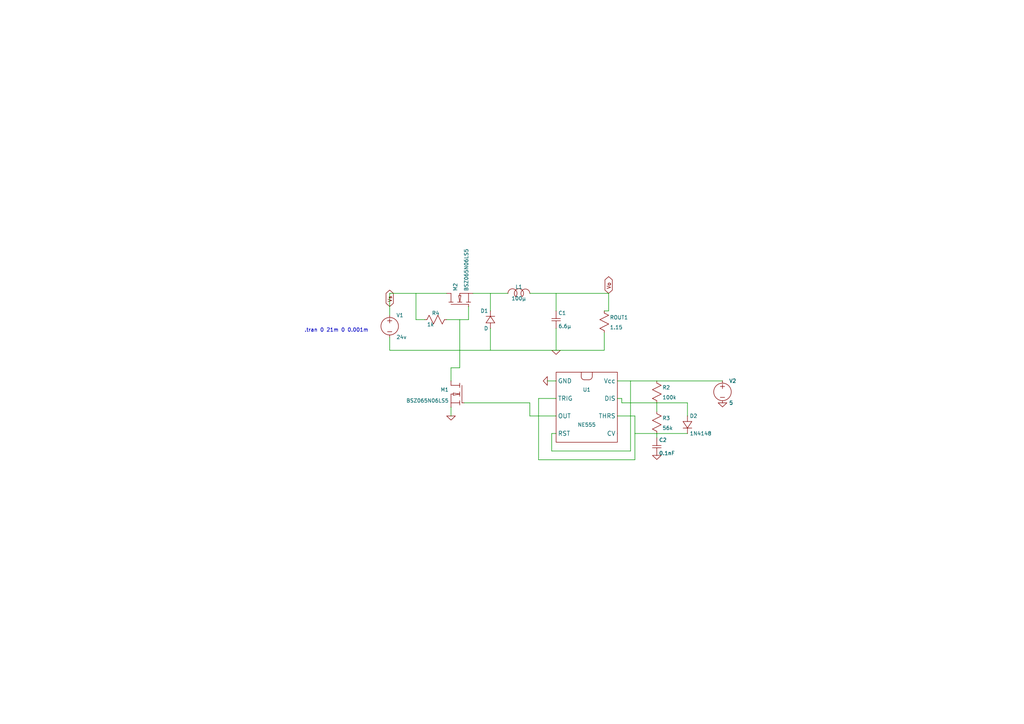
<source format=kicad_sch>
(kicad_sch
	(version 20231120)
	(generator "eeschema")
	(generator_version "8.0")
	(uuid "56bd387c-e695-4c40-b395-16e27677e52d")
	(paper "A4")
	(lib_symbols
		(symbol "ltspice:GND"
			(power)
			(exclude_from_sim no)
			(in_bom yes)
			(on_board yes)
			(property "Reference" ""
				(at 0 0 0)
				(effects
					(font
						(size 1.27 1.27)
					)
				)
			)
			(property "Value" ""
				(at 0 0 0)
				(effects
					(font
						(size 1.27 1.27)
					)
				)
			)
			(property "Footprint" ""
				(at 0 0 0)
				(effects
					(font
						(size 1.27 1.27)
					)
					(hide yes)
				)
			)
			(property "Datasheet" ""
				(at 0 0 0)
				(effects
					(font
						(size 1.27 1.27)
					)
					(hide yes)
				)
			)
			(property "Description" ""
				(at 0 0 0)
				(effects
					(font
						(size 1.27 1.27)
					)
					(hide yes)
				)
			)
			(symbol "GND_0_0"
				(polyline
					(pts
						(xy 1.27 0) (xy -1.27 0) (xy 0 -1.1938) (xy 1.27 0) (xy -1.27 0) (xy 0 -1.1938)
					)
					(stroke
						(width 0.1524)
						(type solid)
					)
					(fill
						(type none)
					)
				)
				(pin power_in line
					(at 0 0 0)
					(length 0.0005)
					(name ""
						(effects
							(font
								(size 1.27 1.27)
							)
						)
					)
					(number ""
						(effects
							(font
								(size 1.27 1.27)
							)
						)
					)
				)
			)
		)
		(symbol "ltspice:Misc/NE555"
			(pin_numbers hide)
			(exclude_from_sim no)
			(in_bom yes)
			(on_board yes)
			(property "Reference" ""
				(at 0 0 0)
				(effects
					(font
						(size 1.27 1.27)
					)
				)
			)
			(property "Value" ""
				(at 0 0 0)
				(effects
					(font
						(size 1.27 1.27)
					)
				)
			)
			(property "Footprint" ""
				(at 0 0 0)
				(effects
					(font
						(size 1.27 1.27)
					)
					(hide yes)
				)
			)
			(property "Datasheet" ""
				(at 0 0 0)
				(effects
					(font
						(size 1.27 1.27)
					)
					(hide yes)
				)
			)
			(property "Description" ""
				(at 0 0 0)
				(effects
					(font
						(size 1.27 1.27)
					)
					(hide yes)
				)
			)
			(symbol "Misc/NE555_0_0"
				(rectangle
					(start -8.89 10.16)
					(end 8.89 -10.16)
					(stroke
						(width 0.1524)
						(type solid)
					)
					(fill
						(type none)
					)
				)
				(arc
					(start -1.6002 8.89)
					(mid -1.3175 8.2075)
					(end -0.635 7.9502)
					(stroke
						(width 0.1524)
						(type solid)
					)
					(fill
						(type none)
					)
				)
				(polyline
					(pts
						(xy -1.6002 8.89) (xy -1.6002 10.16)
					)
					(stroke
						(width 0.1524)
						(type solid)
					)
					(fill
						(type none)
					)
				)
				(polyline
					(pts
						(xy 0.635 7.9502) (xy -0.635 7.9502)
					)
					(stroke
						(width 0.1524)
						(type solid)
					)
					(fill
						(type none)
					)
				)
				(polyline
					(pts
						(xy 1.6002 8.89) (xy 1.6002 10.16)
					)
					(stroke
						(width 0.1524)
						(type solid)
					)
					(fill
						(type none)
					)
				)
				(arc
					(start 0.635 7.9502)
					(mid 1.2995 8.2255)
					(end 1.6002 8.89)
					(stroke
						(width 0.1524)
						(type solid)
					)
					(fill
						(type none)
					)
				)
				(pin passive line
					(at -8.89 7.62 0)
					(length 0.0005)
					(name "GND"
						(effects
							(font
								(size 1.27 1.27)
							)
						)
					)
					(number "1"
						(effects
							(font
								(size 1.27 1.27)
							)
						)
					)
				)
				(pin passive line
					(at -8.89 2.54 0)
					(length 0.0005)
					(name "TRIG"
						(effects
							(font
								(size 1.27 1.27)
							)
						)
					)
					(number "2"
						(effects
							(font
								(size 1.27 1.27)
							)
						)
					)
				)
				(pin passive line
					(at -8.89 -2.54 0)
					(length 0.0005)
					(name "OUT"
						(effects
							(font
								(size 1.27 1.27)
							)
						)
					)
					(number "3"
						(effects
							(font
								(size 1.27 1.27)
							)
						)
					)
				)
				(pin passive line
					(at -8.89 -7.62 0)
					(length 0.0005)
					(name "RST"
						(effects
							(font
								(size 1.27 1.27)
							)
						)
					)
					(number "4"
						(effects
							(font
								(size 1.27 1.27)
							)
						)
					)
				)
				(pin passive line
					(at 8.89 -7.62 180)
					(length 0.0005)
					(name "CV"
						(effects
							(font
								(size 1.27 1.27)
							)
						)
					)
					(number "5"
						(effects
							(font
								(size 1.27 1.27)
							)
						)
					)
				)
				(pin passive line
					(at 8.89 -2.54 180)
					(length 0.0005)
					(name "THRS"
						(effects
							(font
								(size 1.27 1.27)
							)
						)
					)
					(number "6"
						(effects
							(font
								(size 1.27 1.27)
							)
						)
					)
				)
				(pin passive line
					(at 8.89 2.54 180)
					(length 0.0005)
					(name "DIS"
						(effects
							(font
								(size 1.27 1.27)
							)
						)
					)
					(number "7"
						(effects
							(font
								(size 1.27 1.27)
							)
						)
					)
				)
				(pin passive line
					(at 8.89 7.62 180)
					(length 0.0005)
					(name "Vcc"
						(effects
							(font
								(size 1.27 1.27)
							)
						)
					)
					(number "8"
						(effects
							(font
								(size 1.27 1.27)
							)
						)
					)
				)
			)
		)
		(symbol "ltspice:cap"
			(pin_numbers hide)
			(exclude_from_sim no)
			(in_bom yes)
			(on_board yes)
			(property "Reference" ""
				(at 0 0 0)
				(effects
					(font
						(size 1.27 1.27)
					)
				)
			)
			(property "Value" ""
				(at 0 0 0)
				(effects
					(font
						(size 1.27 1.27)
					)
				)
			)
			(property "Footprint" ""
				(at 0 0 0)
				(effects
					(font
						(size 1.27 1.27)
					)
					(hide yes)
				)
			)
			(property "Datasheet" ""
				(at 0 0 0)
				(effects
					(font
						(size 1.27 1.27)
					)
					(hide yes)
				)
			)
			(property "Description" ""
				(at 0 0 0)
				(effects
					(font
						(size 1.27 1.27)
					)
					(hide yes)
				)
			)
			(symbol "cap_0_0"
				(polyline
					(pts
						(xy 1.27 -5.08) (xy 1.27 -2.8702)
					)
					(stroke
						(width 0.1524)
						(type solid)
					)
					(fill
						(type none)
					)
				)
				(polyline
					(pts
						(xy 1.27 0) (xy 1.27 -2.2352)
					)
					(stroke
						(width 0.1524)
						(type solid)
					)
					(fill
						(type none)
					)
				)
				(polyline
					(pts
						(xy 2.54 -2.8702) (xy 0 -2.8702)
					)
					(stroke
						(width 0.1524)
						(type solid)
					)
					(fill
						(type none)
					)
				)
				(polyline
					(pts
						(xy 2.54 -2.2352) (xy 0 -2.2352)
					)
					(stroke
						(width 0.1524)
						(type solid)
					)
					(fill
						(type none)
					)
				)
				(pin passive line
					(at 1.27 0 0)
					(length 0.0005)
					(name ""
						(effects
							(font
								(size 1.27 1.27)
							)
						)
					)
					(number "1"
						(effects
							(font
								(size 1.27 1.27)
							)
						)
					)
				)
				(pin passive line
					(at 1.27 -5.08 0)
					(length 0.0005)
					(name ""
						(effects
							(font
								(size 1.27 1.27)
							)
						)
					)
					(number "2"
						(effects
							(font
								(size 1.27 1.27)
							)
						)
					)
				)
			)
		)
		(symbol "ltspice:diode"
			(pin_numbers hide)
			(exclude_from_sim no)
			(in_bom yes)
			(on_board yes)
			(property "Reference" ""
				(at 0 0 0)
				(effects
					(font
						(size 1.27 1.27)
					)
				)
			)
			(property "Value" ""
				(at 0 0 0)
				(effects
					(font
						(size 1.27 1.27)
					)
				)
			)
			(property "Footprint" ""
				(at 0 0 0)
				(effects
					(font
						(size 1.27 1.27)
					)
					(hide yes)
				)
			)
			(property "Datasheet" ""
				(at 0 0 0)
				(effects
					(font
						(size 1.27 1.27)
					)
					(hide yes)
				)
			)
			(property "Description" ""
				(at 0 0 0)
				(effects
					(font
						(size 1.27 1.27)
					)
					(hide yes)
				)
			)
			(symbol "diode_0_0"
				(polyline
					(pts
						(xy 1.27 -5.08) (xy 1.27 -3.5052)
					)
					(stroke
						(width 0.1524)
						(type solid)
					)
					(fill
						(type none)
					)
				)
				(polyline
					(pts
						(xy 1.27 -3.5052) (xy 0 -1.6002)
					)
					(stroke
						(width 0.1524)
						(type solid)
					)
					(fill
						(type none)
					)
				)
				(polyline
					(pts
						(xy 1.27 -3.5052) (xy 2.54 -1.6002)
					)
					(stroke
						(width 0.1524)
						(type solid)
					)
					(fill
						(type none)
					)
				)
				(polyline
					(pts
						(xy 1.27 -1.6002) (xy 1.27 0)
					)
					(stroke
						(width 0.1524)
						(type solid)
					)
					(fill
						(type none)
					)
				)
				(polyline
					(pts
						(xy 2.54 -3.5052) (xy 0 -3.5052)
					)
					(stroke
						(width 0.1524)
						(type solid)
					)
					(fill
						(type none)
					)
				)
				(polyline
					(pts
						(xy 2.54 -1.6002) (xy 0 -1.6002)
					)
					(stroke
						(width 0.1524)
						(type solid)
					)
					(fill
						(type none)
					)
				)
				(pin passive line
					(at 1.27 0 0)
					(length 0.0005)
					(name "+"
						(effects
							(font
								(size 0 0)
							)
						)
					)
					(number "1"
						(effects
							(font
								(size 1.27 1.27)
							)
						)
					)
				)
				(pin passive line
					(at 1.27 -5.08 0)
					(length 0.0005)
					(name "-"
						(effects
							(font
								(size 0 0)
							)
						)
					)
					(number "2"
						(effects
							(font
								(size 1.27 1.27)
							)
						)
					)
				)
			)
		)
		(symbol "ltspice:ind"
			(pin_numbers hide)
			(exclude_from_sim no)
			(in_bom yes)
			(on_board yes)
			(property "Reference" ""
				(at 0 0 0)
				(effects
					(font
						(size 1.27 1.27)
					)
				)
			)
			(property "Value" ""
				(at 0 0 0)
				(effects
					(font
						(size 1.27 1.27)
					)
				)
			)
			(property "Footprint" ""
				(at 0 0 0)
				(effects
					(font
						(size 1.27 1.27)
					)
					(hide yes)
				)
			)
			(property "Datasheet" ""
				(at 0 0 0)
				(effects
					(font
						(size 1.27 1.27)
					)
					(hide yes)
				)
			)
			(property "Description" ""
				(at 0 0 0)
				(effects
					(font
						(size 1.27 1.27)
					)
					(hide yes)
				)
			)
			(symbol "ind_0_0"
				(arc
					(start 0.3302 -5.4102)
					(mid 2.6171 -4.436)
					(end 0.3302 -3.5052)
					(stroke
						(width 0.1524)
						(type solid)
					)
					(fill
						(type none)
					)
				)
				(arc
					(start 0.3302 -3.5052)
					(mid 2.518 -3.0472)
					(end 1.27 -1.27)
					(stroke
						(width 0.1524)
						(type solid)
					)
					(fill
						(type none)
					)
				)
				(arc
					(start 1.27 -7.62)
					(mid 2.4433 -5.864)
					(end 0.3302 -5.4102)
					(stroke
						(width 0.1524)
						(type solid)
					)
					(fill
						(type none)
					)
				)
				(pin passive line
					(at 1.27 -1.27 0)
					(length 0.0005)
					(name ""
						(effects
							(font
								(size 1.27 1.27)
							)
						)
					)
					(number "1"
						(effects
							(font
								(size 1.27 1.27)
							)
						)
					)
				)
				(pin passive line
					(at 1.27 -7.62 0)
					(length 0.0005)
					(name ""
						(effects
							(font
								(size 1.27 1.27)
							)
						)
					)
					(number "2"
						(effects
							(font
								(size 1.27 1.27)
							)
						)
					)
				)
			)
		)
		(symbol "ltspice:nmos"
			(pin_numbers hide)
			(exclude_from_sim no)
			(in_bom yes)
			(on_board yes)
			(property "Reference" ""
				(at 0 0 0)
				(effects
					(font
						(size 1.27 1.27)
					)
				)
			)
			(property "Value" ""
				(at 0 0 0)
				(effects
					(font
						(size 1.27 1.27)
					)
				)
			)
			(property "Footprint" ""
				(at 0 0 0)
				(effects
					(font
						(size 1.27 1.27)
					)
					(hide yes)
				)
			)
			(property "Datasheet" ""
				(at 0 0 0)
				(effects
					(font
						(size 1.27 1.27)
					)
					(hide yes)
				)
			)
			(property "Description" ""
				(at 0 0 0)
				(effects
					(font
						(size 1.27 1.27)
					)
					(hide yes)
				)
			)
			(symbol "nmos_0_0"
				(polyline
					(pts
						(xy 0.635 -6.35) (xy 0 -6.35)
					)
					(stroke
						(width 0.1524)
						(type solid)
					)
					(fill
						(type none)
					)
				)
				(polyline
					(pts
						(xy 0.635 -6.35) (xy 0.635 -1.27)
					)
					(stroke
						(width 0.1524)
						(type solid)
					)
					(fill
						(type none)
					)
				)
				(polyline
					(pts
						(xy 1.27 -6.985) (xy 1.27 -5.715)
					)
					(stroke
						(width 0.1524)
						(type solid)
					)
					(fill
						(type none)
					)
				)
				(polyline
					(pts
						(xy 1.27 -4.445) (xy 1.27 -3.175)
					)
					(stroke
						(width 0.1524)
						(type solid)
					)
					(fill
						(type none)
					)
				)
				(polyline
					(pts
						(xy 1.27 -1.905) (xy 1.27 -0.635)
					)
					(stroke
						(width 0.1524)
						(type solid)
					)
					(fill
						(type none)
					)
				)
				(polyline
					(pts
						(xy 1.27 -1.27) (xy 3.81 -1.27)
					)
					(stroke
						(width 0.1524)
						(type solid)
					)
					(fill
						(type none)
					)
				)
				(polyline
					(pts
						(xy 3.175 -4.1402) (xy 1.27 -3.81)
					)
					(stroke
						(width 0.1524)
						(type solid)
					)
					(fill
						(type none)
					)
				)
				(polyline
					(pts
						(xy 3.175 -4.1402) (xy 3.175 -3.5052)
					)
					(stroke
						(width 0.1524)
						(type solid)
					)
					(fill
						(type none)
					)
				)
				(polyline
					(pts
						(xy 3.175 -3.5052) (xy 1.27 -3.81)
					)
					(stroke
						(width 0.1524)
						(type solid)
					)
					(fill
						(type none)
					)
				)
				(polyline
					(pts
						(xy 3.81 -7.62) (xy 3.81 -3.81)
					)
					(stroke
						(width 0.1524)
						(type solid)
					)
					(fill
						(type none)
					)
				)
				(polyline
					(pts
						(xy 3.81 -6.35) (xy 1.27 -6.35)
					)
					(stroke
						(width 0.1524)
						(type solid)
					)
					(fill
						(type none)
					)
				)
				(polyline
					(pts
						(xy 3.81 -3.81) (xy 3.175 -3.81)
					)
					(stroke
						(width 0.1524)
						(type solid)
					)
					(fill
						(type none)
					)
				)
				(polyline
					(pts
						(xy 3.81 -1.27) (xy 3.81 0)
					)
					(stroke
						(width 0.1524)
						(type solid)
					)
					(fill
						(type none)
					)
				)
				(pin passive line
					(at 3.81 0 0)
					(length 0.0005)
					(name "D"
						(effects
							(font
								(size 0 0)
							)
						)
					)
					(number "1"
						(effects
							(font
								(size 1.27 1.27)
							)
						)
					)
				)
				(pin passive line
					(at 0 -6.35 0)
					(length 0.0005)
					(name "G"
						(effects
							(font
								(size 0 0)
							)
						)
					)
					(number "2"
						(effects
							(font
								(size 1.27 1.27)
							)
						)
					)
				)
				(pin passive line
					(at 3.81 -7.62 0)
					(length 0.0005)
					(name "S"
						(effects
							(font
								(size 0 0)
							)
						)
					)
					(number "3"
						(effects
							(font
								(size 1.27 1.27)
							)
						)
					)
				)
			)
		)
		(symbol "ltspice:res"
			(pin_numbers hide)
			(exclude_from_sim no)
			(in_bom yes)
			(on_board yes)
			(property "Reference" ""
				(at 0 0 0)
				(effects
					(font
						(size 1.27 1.27)
					)
				)
			)
			(property "Value" ""
				(at 0 0 0)
				(effects
					(font
						(size 1.27 1.27)
					)
				)
			)
			(property "Footprint" ""
				(at 0 0 0)
				(effects
					(font
						(size 1.27 1.27)
					)
					(hide yes)
				)
			)
			(property "Datasheet" ""
				(at 0 0 0)
				(effects
					(font
						(size 1.27 1.27)
					)
					(hide yes)
				)
			)
			(property "Description" ""
				(at 0 0 0)
				(effects
					(font
						(size 1.27 1.27)
					)
					(hide yes)
				)
			)
			(symbol "res_0_0"
				(polyline
					(pts
						(xy 0 -6.35) (xy 2.54 -5.08)
					)
					(stroke
						(width 0.1524)
						(type solid)
					)
					(fill
						(type none)
					)
				)
				(polyline
					(pts
						(xy 0 -3.81) (xy 2.54 -2.54)
					)
					(stroke
						(width 0.1524)
						(type solid)
					)
					(fill
						(type none)
					)
				)
				(polyline
					(pts
						(xy 1.27 -7.62) (xy 1.27 -6.985)
					)
					(stroke
						(width 0.1524)
						(type solid)
					)
					(fill
						(type none)
					)
				)
				(polyline
					(pts
						(xy 1.27 -6.985) (xy 0 -6.35)
					)
					(stroke
						(width 0.1524)
						(type solid)
					)
					(fill
						(type none)
					)
				)
				(polyline
					(pts
						(xy 1.27 -1.905) (xy 1.27 -1.27)
					)
					(stroke
						(width 0.1524)
						(type solid)
					)
					(fill
						(type none)
					)
				)
				(polyline
					(pts
						(xy 2.54 -5.08) (xy 0 -3.81)
					)
					(stroke
						(width 0.1524)
						(type solid)
					)
					(fill
						(type none)
					)
				)
				(polyline
					(pts
						(xy 2.54 -2.54) (xy 1.27 -1.905)
					)
					(stroke
						(width 0.1524)
						(type solid)
					)
					(fill
						(type none)
					)
				)
				(pin passive line
					(at 1.27 -1.27 0)
					(length 0.0005)
					(name ""
						(effects
							(font
								(size 1.27 1.27)
							)
						)
					)
					(number "1"
						(effects
							(font
								(size 1.27 1.27)
							)
						)
					)
				)
				(pin passive line
					(at 1.27 -7.62 0)
					(length 0.0005)
					(name ""
						(effects
							(font
								(size 1.27 1.27)
							)
						)
					)
					(number "2"
						(effects
							(font
								(size 1.27 1.27)
							)
						)
					)
				)
			)
		)
		(symbol "ltspice:voltage"
			(pin_numbers hide)
			(exclude_from_sim no)
			(in_bom yes)
			(on_board yes)
			(property "Reference" ""
				(at 0 0 0)
				(effects
					(font
						(size 1.27 1.27)
					)
				)
			)
			(property "Value" ""
				(at 0 0 0)
				(effects
					(font
						(size 1.27 1.27)
					)
				)
			)
			(property "Footprint" ""
				(at 0 0 0)
				(effects
					(font
						(size 1.27 1.27)
					)
					(hide yes)
				)
			)
			(property "Datasheet" ""
				(at 0 0 0)
				(effects
					(font
						(size 1.27 1.27)
					)
					(hide yes)
				)
			)
			(property "Description" ""
				(at 0 0 0)
				(effects
					(font
						(size 1.27 1.27)
					)
					(hide yes)
				)
			)
			(symbol "voltage_0_0"
				(circle
					(center 0 -4.445)
					(radius 2.54)
					(stroke
						(width 0.1524)
						(type solid)
					)
					(fill
						(type none)
					)
				)
				(polyline
					(pts
						(xy 0 -6.985) (xy 0 -7.62)
					)
					(stroke
						(width 0.1524)
						(type solid)
					)
					(fill
						(type none)
					)
				)
				(polyline
					(pts
						(xy 0 -3.5052) (xy 0 -2.2352)
					)
					(stroke
						(width 0.1524)
						(type solid)
					)
					(fill
						(type none)
					)
				)
				(polyline
					(pts
						(xy 0 -1.905) (xy 0 -1.27)
					)
					(stroke
						(width 0.1524)
						(type solid)
					)
					(fill
						(type none)
					)
				)
				(polyline
					(pts
						(xy 0.635 -6.0452) (xy -0.635 -6.0452)
					)
					(stroke
						(width 0.1524)
						(type solid)
					)
					(fill
						(type none)
					)
				)
				(polyline
					(pts
						(xy 0.635 -2.8702) (xy -0.635 -2.8702)
					)
					(stroke
						(width 0.1524)
						(type solid)
					)
					(fill
						(type none)
					)
				)
				(pin passive line
					(at 0 -1.27 0)
					(length 0.0005)
					(name "+"
						(effects
							(font
								(size 0 0)
							)
						)
					)
					(number "1"
						(effects
							(font
								(size 1.27 1.27)
							)
						)
					)
				)
				(pin passive line
					(at 0 -7.62 0)
					(length 0.0005)
					(name "-"
						(effects
							(font
								(size 0 0)
							)
						)
					)
					(number "2"
						(effects
							(font
								(size 1.27 1.27)
							)
						)
					)
				)
			)
		)
	)
	(wire
		(pts
			(xy 176.53 85.09) (xy 161.29 85.09)
		)
		(stroke
			(width 0.1524)
			(type solid)
		)
		(uuid "01ae2ef1-3336-40af-8550-310664f24819")
	)
	(wire
		(pts
			(xy 175.26 101.6) (xy 175.26 96.52)
		)
		(stroke
			(width 0.1524)
			(type solid)
		)
		(uuid "044c6dc7-a792-4ceb-ba81-332fea49dd4e")
	)
	(wire
		(pts
			(xy 130.81 120.65) (xy 130.81 118.11)
		)
		(stroke
			(width 0.1524)
			(type solid)
		)
		(uuid "04e6f7d8-1a67-48b8-8ae9-dc2a146fb53b")
	)
	(wire
		(pts
			(xy 199.39 120.65) (xy 199.39 116.84)
		)
		(stroke
			(width 0.1524)
			(type solid)
		)
		(uuid "082fb53b-f677-4afb-9041-ef30ba1e0aa2")
	)
	(wire
		(pts
			(xy 161.29 115.57) (xy 156.21 115.57)
		)
		(stroke
			(width 0.1524)
			(type solid)
		)
		(uuid "0cc8911d-978d-4cbd-922b-ef532f7197e9")
	)
	(wire
		(pts
			(xy 161.29 110.49) (xy 158.75 110.49)
		)
		(stroke
			(width 0.1524)
			(type solid)
		)
		(uuid "209fc33a-ab93-4b95-a230-c01a61bd73ce")
	)
	(wire
		(pts
			(xy 176.53 90.17) (xy 175.26 90.17)
		)
		(stroke
			(width 0.1524)
			(type solid)
		)
		(uuid "20e2fefe-a7e2-40bc-91e0-002d990be38c")
	)
	(wire
		(pts
			(xy 130.81 110.49) (xy 130.81 106.68)
		)
		(stroke
			(width 0.1524)
			(type solid)
		)
		(uuid "22a14023-ce07-4b69-a284-604eb02c1b63")
	)
	(wire
		(pts
			(xy 113.03 85.09) (xy 113.03 91.44)
		)
		(stroke
			(width 0.1524)
			(type solid)
		)
		(uuid "22a19481-d4d3-4ba5-afa5-92293837af79")
	)
	(wire
		(pts
			(xy 133.35 106.68) (xy 130.81 106.68)
		)
		(stroke
			(width 0.1524)
			(type solid)
		)
		(uuid "283ff5ae-51da-427a-8a99-e593ef92a669")
	)
	(wire
		(pts
			(xy 184.15 125.73) (xy 184.15 120.65)
		)
		(stroke
			(width 0.1524)
			(type solid)
		)
		(uuid "286a6c72-81aa-4fca-a4e8-75088cf2ba7e")
	)
	(wire
		(pts
			(xy 182.88 110.49) (xy 179.07 110.49)
		)
		(stroke
			(width 0.1524)
			(type solid)
		)
		(uuid "30ddfa1d-bb00-4001-971a-def0fd9be1a2")
	)
	(wire
		(pts
			(xy 156.21 133.35) (xy 156.21 115.57)
		)
		(stroke
			(width 0.1524)
			(type solid)
		)
		(uuid "3fd0f5fe-7251-4a7b-b48b-a65a3e30fadf")
	)
	(wire
		(pts
			(xy 129.54 85.09) (xy 120.65 85.09)
		)
		(stroke
			(width 0.1524)
			(type solid)
		)
		(uuid "486e078e-0345-4b5f-84cc-4a94719c6d07")
	)
	(wire
		(pts
			(xy 120.65 85.09) (xy 113.03 85.09)
		)
		(stroke
			(width 0.1524)
			(type solid)
		)
		(uuid "488bfdcd-87d2-47a3-8338-84c72b041a80")
	)
	(wire
		(pts
			(xy 190.5 119.38) (xy 190.5 116.84)
		)
		(stroke
			(width 0.1524)
			(type solid)
		)
		(uuid "4b6a0ca9-a007-4b9f-8254-1648b390d9b4")
	)
	(wire
		(pts
			(xy 142.24 101.6) (xy 142.24 95.25)
		)
		(stroke
			(width 0.1524)
			(type solid)
		)
		(uuid "4d5d20dd-9816-44a3-b899-b3071eccb7df")
	)
	(wire
		(pts
			(xy 142.24 101.6) (xy 113.03 101.6)
		)
		(stroke
			(width 0.1524)
			(type solid)
		)
		(uuid "56e104e4-0703-4b8f-b4ed-351bb82c859d")
	)
	(wire
		(pts
			(xy 190.5 125.73) (xy 184.15 125.73)
		)
		(stroke
			(width 0.1524)
			(type solid)
		)
		(uuid "57f1f88b-1d76-4652-b9b8-1599ae791110")
	)
	(wire
		(pts
			(xy 142.24 85.09) (xy 137.16 85.09)
		)
		(stroke
			(width 0.1524)
			(type solid)
		)
		(uuid "5fd10575-49ae-4d59-8ff9-e6cdb26d82f3")
	)
	(wire
		(pts
			(xy 209.55 110.49) (xy 190.5 110.49)
		)
		(stroke
			(width 0.1524)
			(type solid)
		)
		(uuid "607ca566-70b6-4b28-8647-7296e9e8ae95")
	)
	(wire
		(pts
			(xy 190.5 116.84) (xy 180.34 116.84)
		)
		(stroke
			(width 0.1524)
			(type solid)
		)
		(uuid "698c0edc-2ca4-40da-b7a4-859d19bb9132")
	)
	(wire
		(pts
			(xy 180.34 116.84) (xy 180.34 115.57)
		)
		(stroke
			(width 0.1524)
			(type solid)
		)
		(uuid "6aba3bb6-b178-48d2-8173-8d0923458d4b")
	)
	(wire
		(pts
			(xy 142.24 90.17) (xy 142.24 85.09)
		)
		(stroke
			(width 0.1524)
			(type solid)
		)
		(uuid "6b3fa1ef-d03b-4b00-b408-4bbfd2c5ffda")
	)
	(wire
		(pts
			(xy 133.35 106.68) (xy 133.35 92.71)
		)
		(stroke
			(width 0.1524)
			(type solid)
		)
		(uuid "6d46c74a-a401-4c23-805b-5cba9a4fe4d2")
	)
	(wire
		(pts
			(xy 120.65 92.71) (xy 120.65 85.09)
		)
		(stroke
			(width 0.1524)
			(type solid)
		)
		(uuid "6ee39519-99ec-4006-90fa-7a168f62bac5")
	)
	(wire
		(pts
			(xy 135.89 92.71) (xy 135.89 88.9)
		)
		(stroke
			(width 0.1524)
			(type solid)
		)
		(uuid "72ad4ef9-dd1c-4b78-8acb-927c2cd485fe")
	)
	(wire
		(pts
			(xy 199.39 116.84) (xy 190.5 116.84)
		)
		(stroke
			(width 0.1524)
			(type solid)
		)
		(uuid "76467eea-b62f-437e-a388-d4b047544d23")
	)
	(wire
		(pts
			(xy 161.29 120.65) (xy 153.67 120.65)
		)
		(stroke
			(width 0.1524)
			(type solid)
		)
		(uuid "77dee3db-9cba-4dd5-9240-0ff52786fe36")
	)
	(wire
		(pts
			(xy 184.15 133.35) (xy 184.15 125.73)
		)
		(stroke
			(width 0.1524)
			(type solid)
		)
		(uuid "78fcde5e-2574-4b15-980c-dcafefe56354")
	)
	(wire
		(pts
			(xy 180.34 115.57) (xy 179.07 115.57)
		)
		(stroke
			(width 0.1524)
			(type solid)
		)
		(uuid "7fc6ffde-9509-41f2-ab39-959584a693f4")
	)
	(wire
		(pts
			(xy 175.26 101.6) (xy 161.29 101.6)
		)
		(stroke
			(width 0.1524)
			(type solid)
		)
		(uuid "81d1b2c0-6b73-4d3c-8f47-aa14e95a1f37")
	)
	(wire
		(pts
			(xy 176.53 90.17) (xy 176.53 85.09)
		)
		(stroke
			(width 0.1524)
			(type solid)
		)
		(uuid "97c817be-cf66-4004-844e-3e7950bf485e")
	)
	(wire
		(pts
			(xy 153.67 116.84) (xy 134.62 116.84)
		)
		(stroke
			(width 0.1524)
			(type solid)
		)
		(uuid "97fc39bd-44a2-4885-b46b-588103df923f")
	)
	(wire
		(pts
			(xy 190.5 110.49) (xy 182.88 110.49)
		)
		(stroke
			(width 0.1524)
			(type solid)
		)
		(uuid "9abbc646-ac7a-4961-868f-ca6dd47c6983")
	)
	(wire
		(pts
			(xy 182.88 130.81) (xy 160.02 130.81)
		)
		(stroke
			(width 0.1524)
			(type solid)
		)
		(uuid "9ddb7578-695d-4db5-946a-3e50ae54b8be")
	)
	(wire
		(pts
			(xy 161.29 85.09) (xy 153.67 85.09)
		)
		(stroke
			(width 0.1524)
			(type solid)
		)
		(uuid "a7f02a8a-248b-46b4-8372-3fb772aeb84c")
	)
	(wire
		(pts
			(xy 184.15 133.35) (xy 156.21 133.35)
		)
		(stroke
			(width 0.1524)
			(type solid)
		)
		(uuid "a937420e-ec1b-4110-a54c-e87b08980131")
	)
	(wire
		(pts
			(xy 123.19 92.71) (xy 120.65 92.71)
		)
		(stroke
			(width 0.1524)
			(type solid)
		)
		(uuid "b02ab9f4-0967-4764-9c57-4b8ac4bab96e")
	)
	(wire
		(pts
			(xy 190.5 127) (xy 190.5 125.73)
		)
		(stroke
			(width 0.1524)
			(type solid)
		)
		(uuid "b069d7d1-0ba1-4a83-bc42-42e857e2e674")
	)
	(wire
		(pts
			(xy 182.88 130.81) (xy 182.88 110.49)
		)
		(stroke
			(width 0.1524)
			(type solid)
		)
		(uuid "b86323ac-7b7a-4ce4-9ec7-29392426dea3")
	)
	(wire
		(pts
			(xy 135.89 92.71) (xy 133.35 92.71)
		)
		(stroke
			(width 0.1524)
			(type solid)
		)
		(uuid "bc96a6be-1bc5-4ff8-be13-2f9a594f4c33")
	)
	(wire
		(pts
			(xy 161.29 90.17) (xy 161.29 85.09)
		)
		(stroke
			(width 0.1524)
			(type solid)
		)
		(uuid "beb2c616-4fdf-43c1-a280-8193d160a96a")
	)
	(wire
		(pts
			(xy 153.67 120.65) (xy 153.67 116.84)
		)
		(stroke
			(width 0.1524)
			(type solid)
		)
		(uuid "bed9def9-e930-4fd9-9c20-460f8f48b789")
	)
	(wire
		(pts
			(xy 113.03 101.6) (xy 113.03 97.79)
		)
		(stroke
			(width 0.1524)
			(type solid)
		)
		(uuid "c18f9cf6-7987-4b83-a45d-0029dfa319b1")
	)
	(wire
		(pts
			(xy 160.02 130.81) (xy 160.02 125.73)
		)
		(stroke
			(width 0.1524)
			(type solid)
		)
		(uuid "c6a19ddc-f09d-42a0-a568-987e0bbe6b97")
	)
	(wire
		(pts
			(xy 161.29 101.6) (xy 161.29 95.25)
		)
		(stroke
			(width 0.1524)
			(type solid)
		)
		(uuid "d1e5b6b7-fe62-49b8-a9a8-f508d4942172")
	)
	(wire
		(pts
			(xy 184.15 120.65) (xy 179.07 120.65)
		)
		(stroke
			(width 0.1524)
			(type solid)
		)
		(uuid "dfc821d9-beea-49c9-b3b7-49b51296f0d3")
	)
	(wire
		(pts
			(xy 147.32 85.09) (xy 142.24 85.09)
		)
		(stroke
			(width 0.1524)
			(type solid)
		)
		(uuid "e0ffd1b7-62ec-4458-a0de-bfaa538c3cea")
	)
	(wire
		(pts
			(xy 133.35 92.71) (xy 129.54 92.71)
		)
		(stroke
			(width 0.1524)
			(type solid)
		)
		(uuid "e790740d-8611-4cb4-aaa0-4ce2a233df07")
	)
	(wire
		(pts
			(xy 161.29 125.73) (xy 160.02 125.73)
		)
		(stroke
			(width 0.1524)
			(type solid)
		)
		(uuid "e975fbf0-e44c-4823-af0b-5a4300bcc262")
	)
	(wire
		(pts
			(xy 199.39 125.73) (xy 190.5 125.73)
		)
		(stroke
			(width 0.1524)
			(type solid)
		)
		(uuid "ebe1384e-e034-44cd-85ff-ec05ba0e603b")
	)
	(wire
		(pts
			(xy 161.29 101.6) (xy 142.24 101.6)
		)
		(stroke
			(width 0.1524)
			(type solid)
		)
		(uuid "f10c112f-5441-4557-9726-91fe1c84c429")
	)
	(text ".tran 0 21m 0 0.001m"
		(exclude_from_sim no)
		(at 88.265 95.885 0)
		(effects
			(font
				(size 1.0668 1.0668)
			)
			(justify left)
		)
		(uuid "dd193b92-5982-40f0-9827-f09c664b09fd")
	)
	(global_label "Vs"
		(shape bidirectional)
		(at 113.03 88.9 90)
		(effects
			(font
				(size 1.0668 1.0668)
			)
			(justify left)
		)
		(uuid "53789f0b-f7fb-420a-a2d5-03fa32a9c19a")
		(property "Intersheetrefs" "${INTERSHEET_REFS}"
			(at 113.03 88.9 0)
			(effects
				(font
					(size 1.27 1.27)
				)
				(hide yes)
			)
		)
	)
	(global_label "Vo"
		(shape bidirectional)
		(at 176.53 85.09 90)
		(effects
			(font
				(size 1.0668 1.0668)
			)
			(justify left)
		)
		(uuid "acd42d61-3c88-45a9-8029-6ae4b969dfb5")
		(property "Intersheetrefs" "${INTERSHEET_REFS}"
			(at 176.53 85.09 0)
			(effects
				(font
					(size 1.27 1.27)
				)
				(hide yes)
			)
		)
	)
	(symbol
		(lib_id "ltspice:diode")
		(at 143.51 95.25 180)
		(unit 1)
		(exclude_from_sim no)
		(in_bom yes)
		(on_board yes)
		(dnp no)
		(uuid "0c7f131b-33ee-43c6-a8e7-05abd3567749")
		(property "Reference" "D1"
			(at 141.605 90.17 0)
			(effects
				(font
					(size 1.0668 1.0668)
				)
				(justify left)
			)
		)
		(property "Value" "D"
			(at 141.605 95.25 0)
			(effects
				(font
					(size 1.0668 1.0668)
				)
				(justify left)
			)
		)
		(property "Footprint" "Diode_SMD:D_0201_0603Metric"
			(at 143.51 95.25 0)
			(effects
				(font
					(size 1.27 1.27)
				)
				(hide yes)
			)
		)
		(property "Datasheet" ""
			(at 143.51 95.25 0)
			(effects
				(font
					(size 1.27 1.27)
				)
				(hide yes)
			)
		)
		(property "Description" ""
			(at 143.51 95.25 0)
			(effects
				(font
					(size 1.27 1.27)
				)
				(hide yes)
			)
		)
		(property "Sim.Device" "SPICE"
			(at 143.51 95.25 0)
			(effects
				(font
					(size 1.27 1.27)
				)
				(hide yes)
			)
		)
		(property "Sim.Params" "model=\"D\""
			(at 143.51 95.25 0)
			(effects
				(font
					(size 1.27 1.27)
				)
				(hide yes)
			)
		)
		(pin "1"
			(uuid "bb7e2e2e-9166-439b-bf9c-aa793996953a")
		)
		(pin "2"
			(uuid "25824a47-9e6a-43de-8a4e-111ecda8de99")
		)
		(instances
			(project "EncoreFinal"
				(path "/56bd387c-e695-4c40-b395-16e27677e52d"
					(reference "D1")
					(unit 1)
				)
			)
		)
	)
	(symbol
		(lib_id "ltspice:cap")
		(at 189.23 127 0)
		(unit 1)
		(exclude_from_sim no)
		(in_bom yes)
		(on_board yes)
		(dnp no)
		(uuid "0f4e6fdf-b305-4028-8155-9755d3a70cf2")
		(property "Reference" "C2"
			(at 191.135 127.635 0)
			(effects
				(font
					(size 1.0668 1.0668)
				)
				(justify left)
			)
		)
		(property "Value" "0.1nF"
			(at 191.135 131.445 0)
			(effects
				(font
					(size 1.0668 1.0668)
				)
				(justify left)
			)
		)
		(property "Footprint" "Capacitor_SMD:CP_Elec_3x5.3"
			(at 189.23 127 0)
			(effects
				(font
					(size 1.27 1.27)
				)
				(hide yes)
			)
		)
		(property "Datasheet" ""
			(at 189.23 127 0)
			(effects
				(font
					(size 1.27 1.27)
				)
				(hide yes)
			)
		)
		(property "Description" ""
			(at 189.23 127 0)
			(effects
				(font
					(size 1.27 1.27)
				)
				(hide yes)
			)
		)
		(property "Sim.Device" "C"
			(at 189.23 127 0)
			(effects
				(font
					(size 1.27 1.27)
				)
				(hide yes)
			)
		)
		(property "Sim.Params" "C=${VALUE}"
			(at 189.23 127 0)
			(effects
				(font
					(size 1.27 1.27)
				)
				(hide yes)
			)
		)
		(pin "2"
			(uuid "44754d06-948c-4e69-9490-c3b09836a780")
		)
		(pin "1"
			(uuid "64e04868-b1e2-40bd-8098-d3ad200769ca")
		)
		(instances
			(project "EncoreFinal"
				(path "/56bd387c-e695-4c40-b395-16e27677e52d"
					(reference "C2")
					(unit 1)
				)
			)
		)
	)
	(symbol
		(lib_id "ltspice:res")
		(at 189.23 109.22 0)
		(unit 1)
		(exclude_from_sim no)
		(in_bom yes)
		(on_board yes)
		(dnp no)
		(uuid "2cb3bb1f-31ad-4064-820b-d5b840c6c862")
		(property "Reference" "R2"
			(at 192.1002 112.395 0)
			(effects
				(font
					(size 1.0668 1.0668)
				)
				(justify left)
			)
		)
		(property "Value" "100k"
			(at 192.1002 115.2652 0)
			(effects
				(font
					(size 1.0668 1.0668)
				)
				(justify left)
			)
		)
		(property "Footprint" "Resistor_SMD:R_0201_0603Metric"
			(at 189.23 109.22 0)
			(effects
				(font
					(size 1.27 1.27)
				)
				(hide yes)
			)
		)
		(property "Datasheet" ""
			(at 189.23 109.22 0)
			(effects
				(font
					(size 1.27 1.27)
				)
				(hide yes)
			)
		)
		(property "Description" ""
			(at 189.23 109.22 0)
			(effects
				(font
					(size 1.27 1.27)
				)
				(hide yes)
			)
		)
		(property "Sim.Device" "R"
			(at 189.23 109.22 0)
			(effects
				(font
					(size 1.27 1.27)
				)
				(hide yes)
			)
		)
		(property "Sim.Params" "R=${VALUE}"
			(at 189.23 109.22 0)
			(effects
				(font
					(size 1.27 1.27)
				)
				(hide yes)
			)
		)
		(pin "2"
			(uuid "ec71977d-6c22-4377-8574-971df1a720a0")
		)
		(pin "1"
			(uuid "b886e668-c9a7-4ed2-8c47-8bedc1570c0f")
		)
		(instances
			(project "EncoreFinal"
				(path "/56bd387c-e695-4c40-b395-16e27677e52d"
					(reference "R2")
					(unit 1)
				)
			)
		)
	)
	(symbol
		(lib_id "ltspice:diode")
		(at 198.12 120.65 0)
		(unit 1)
		(exclude_from_sim no)
		(in_bom yes)
		(on_board yes)
		(dnp no)
		(uuid "2f4526c6-5ab3-4c0d-a431-c48302a67237")
		(property "Reference" "D2"
			(at 200.025 120.65 0)
			(effects
				(font
					(size 1.0668 1.0668)
				)
				(justify left)
			)
		)
		(property "Value" "1N4148"
			(at 200.025 125.73 0)
			(effects
				(font
					(size 1.0668 1.0668)
				)
				(justify left)
			)
		)
		(property "Footprint" "Diode_SMD:D_0201_0603Metric"
			(at 198.12 120.65 0)
			(effects
				(font
					(size 1.27 1.27)
				)
				(hide yes)
			)
		)
		(property "Datasheet" ""
			(at 198.12 120.65 0)
			(effects
				(font
					(size 1.27 1.27)
				)
				(hide yes)
			)
		)
		(property "Description" ""
			(at 198.12 120.65 0)
			(effects
				(font
					(size 1.27 1.27)
				)
				(hide yes)
			)
		)
		(property "Sim.Device" "SPICE"
			(at 198.12 120.65 0)
			(effects
				(font
					(size 1.27 1.27)
				)
				(hide yes)
			)
		)
		(property "Sim.Params" "model=\"1N4148\""
			(at 198.12 120.65 0)
			(effects
				(font
					(size 1.27 1.27)
				)
				(hide yes)
			)
		)
		(pin "1"
			(uuid "e9dc1ad6-bf6d-4719-afb9-1e4de1671449")
		)
		(pin "2"
			(uuid "4c758b89-d045-4513-82df-1c3884faacf0")
		)
		(instances
			(project "EncoreFinal"
				(path "/56bd387c-e695-4c40-b395-16e27677e52d"
					(reference "D2")
					(unit 1)
				)
			)
		)
	)
	(symbol
		(lib_id "ltspice:voltage")
		(at 209.55 109.22 0)
		(unit 1)
		(exclude_from_sim no)
		(in_bom yes)
		(on_board yes)
		(dnp no)
		(uuid "3139435b-ce68-4e25-af90-ae3fdcc0d77f")
		(property "Reference" "V2"
			(at 211.455 110.49 0)
			(effects
				(font
					(size 1.0668 1.0668)
				)
				(justify left)
			)
		)
		(property "Value" "5"
			(at 211.455 116.84 0)
			(effects
				(font
					(size 1.0668 1.0668)
				)
				(justify left)
			)
		)
		(property "Footprint" "TerminalBlock_MetzConnect:TerminalBlock_MetzConnect_Type011_RT05502HBWC_1x02_P5.00mm_Horizontal"
			(at 209.55 109.22 0)
			(effects
				(font
					(size 1.27 1.27)
				)
				(hide yes)
			)
		)
		(property "Datasheet" ""
			(at 209.55 109.22 0)
			(effects
				(font
					(size 1.27 1.27)
				)
				(hide yes)
			)
		)
		(property "Description" ""
			(at 209.55 109.22 0)
			(effects
				(font
					(size 1.27 1.27)
				)
				(hide yes)
			)
		)
		(property "Sim.Device" "SPICE"
			(at 209.55 109.22 0)
			(effects
				(font
					(size 1.27 1.27)
				)
				(hide yes)
			)
		)
		(property "Sim.Params" "type=\"V\" model=\"${VALUE}\" "
			(at 209.55 109.22 0)
			(effects
				(font
					(size 1.0668 1.0668)
				)
				(justify left)
				(hide yes)
			)
		)
		(pin "2"
			(uuid "2e200dbd-fc1b-4619-b89f-727b5f9127ce")
		)
		(pin "1"
			(uuid "e4f3b8aa-8b89-46ff-806a-9179a6076ae6")
		)
		(instances
			(project "EncoreFinal"
				(path "/56bd387c-e695-4c40-b395-16e27677e52d"
					(reference "V2")
					(unit 1)
				)
			)
		)
	)
	(symbol
		(lib_id "ltspice:ind")
		(at 146.05 86.36 90)
		(unit 1)
		(exclude_from_sim no)
		(in_bom yes)
		(on_board yes)
		(dnp no)
		(uuid "4a6958a3-a41f-41b9-afd3-4bb6d94fbaec")
		(property "Reference" "L1"
			(at 150.495 83.82 90)
			(effects
				(font
					(size 1.0668 1.0668)
				)
				(justify top)
			)
		)
		(property "Value" "100µ"
			(at 150.495 85.9536 90)
			(effects
				(font
					(size 1.0668 1.0668)
				)
				(justify bottom)
			)
		)
		(property "Footprint" "Inductor_THT:L_Axial_L5.0mm_D3.6mm_P10.00mm_Horizontal_Murata_BL01RN1A2A2"
			(at 146.05 86.36 0)
			(effects
				(font
					(size 1.27 1.27)
				)
				(hide yes)
			)
		)
		(property "Datasheet" ""
			(at 146.05 86.36 0)
			(effects
				(font
					(size 1.27 1.27)
				)
				(hide yes)
			)
		)
		(property "Description" ""
			(at 146.05 86.36 0)
			(effects
				(font
					(size 1.27 1.27)
				)
				(hide yes)
			)
		)
		(property "Sim.Device" "L"
			(at 146.05 86.36 0)
			(effects
				(font
					(size 1.27 1.27)
				)
				(hide yes)
			)
		)
		(property "Sim.Params" "L=${VALUE}"
			(at 146.05 86.36 0)
			(effects
				(font
					(size 1.27 1.27)
				)
				(hide yes)
			)
		)
		(pin "1"
			(uuid "4ee97641-0a03-4121-94e6-4da0aa0e27f1")
		)
		(pin "2"
			(uuid "ae593f97-e3c6-4a68-9ba1-2a3a3789d0a8")
		)
		(instances
			(project "EncoreFinal"
				(path "/56bd387c-e695-4c40-b395-16e27677e52d"
					(reference "L1")
					(unit 1)
				)
			)
		)
	)
	(symbol
		(lib_id "ltspice:res")
		(at 173.99 88.9 0)
		(unit 1)
		(exclude_from_sim no)
		(in_bom yes)
		(on_board yes)
		(dnp no)
		(uuid "5d4a4139-870d-426a-aa44-57821734def4")
		(property "Reference" "ROUT1"
			(at 176.8602 92.075 0)
			(effects
				(font
					(size 1.0668 1.0668)
				)
				(justify left)
			)
		)
		(property "Value" "1.15"
			(at 176.8602 94.9452 0)
			(effects
				(font
					(size 1.0668 1.0668)
				)
				(justify left)
			)
		)
		(property "Footprint" "Resistor_SMD:R_0201_0603Metric"
			(at 173.99 88.9 0)
			(effects
				(font
					(size 1.27 1.27)
				)
				(hide yes)
			)
		)
		(property "Datasheet" ""
			(at 173.99 88.9 0)
			(effects
				(font
					(size 1.27 1.27)
				)
				(hide yes)
			)
		)
		(property "Description" ""
			(at 173.99 88.9 0)
			(effects
				(font
					(size 1.27 1.27)
				)
				(hide yes)
			)
		)
		(property "Sim.Device" "R"
			(at 173.99 88.9 0)
			(effects
				(font
					(size 1.27 1.27)
				)
				(hide yes)
			)
		)
		(property "Sim.Params" "R=${VALUE}"
			(at 173.99 88.9 0)
			(effects
				(font
					(size 1.27 1.27)
				)
				(hide yes)
			)
		)
		(pin "1"
			(uuid "eb1dcffa-8af2-4daf-9f3a-759526e24446")
		)
		(pin "2"
			(uuid "500a2d9a-61de-4e4a-aa9a-30e9b1f8bf83")
		)
		(instances
			(project "EncoreFinal"
				(path "/56bd387c-e695-4c40-b395-16e27677e52d"
					(reference "ROUT1")
					(unit 1)
				)
			)
		)
	)
	(symbol
		(lib_id "ltspice:GND")
		(at 161.29 101.6 0)
		(unit 1)
		(exclude_from_sim no)
		(in_bom yes)
		(on_board yes)
		(dnp no)
		(uuid "5e090c70-7376-4a98-9986-cd6860d4bf69")
		(property "Reference" "#GND00"
			(at 161.29 101.6 0)
			(effects
				(font
					(size 1.27 1.27)
				)
				(hide yes)
			)
		)
		(property "Value" "0"
			(at 161.29 101.6 0)
			(effects
				(font
					(size 1.0668 1.0668)
				)
				(hide yes)
			)
		)
		(property "Footprint" ""
			(at 161.29 101.6 0)
			(effects
				(font
					(size 1.27 1.27)
				)
				(hide yes)
			)
		)
		(property "Datasheet" ""
			(at 161.29 101.6 0)
			(effects
				(font
					(size 1.27 1.27)
				)
				(hide yes)
			)
		)
		(property "Description" ""
			(at 161.29 101.6 0)
			(effects
				(font
					(size 1.27 1.27)
				)
				(hide yes)
			)
		)
		(pin ""
			(uuid "81513513-51bb-4161-aa90-611945412b95")
		)
		(instances
			(project "EncoreFinal"
				(path "/56bd387c-e695-4c40-b395-16e27677e52d"
					(reference "#GND00")
					(unit 1)
				)
			)
		)
	)
	(symbol
		(lib_id "ltspice:GND")
		(at 158.75 110.49 270)
		(unit 1)
		(exclude_from_sim no)
		(in_bom yes)
		(on_board yes)
		(dnp no)
		(uuid "66f846f4-192f-4eca-9a4c-1f2df34a36ab")
		(property "Reference" "#GND02"
			(at 158.75 110.49 0)
			(effects
				(font
					(size 1.27 1.27)
				)
				(hide yes)
			)
		)
		(property "Value" "0"
			(at 158.75 110.49 0)
			(effects
				(font
					(size 1.0668 1.0668)
				)
				(hide yes)
			)
		)
		(property "Footprint" ""
			(at 158.75 110.49 0)
			(effects
				(font
					(size 1.27 1.27)
				)
				(hide yes)
			)
		)
		(property "Datasheet" ""
			(at 158.75 110.49 0)
			(effects
				(font
					(size 1.27 1.27)
				)
				(hide yes)
			)
		)
		(property "Description" ""
			(at 158.75 110.49 0)
			(effects
				(font
					(size 1.27 1.27)
				)
				(hide yes)
			)
		)
		(pin ""
			(uuid "39cb2201-2a41-4650-8422-cf343460e20d")
		)
		(instances
			(project "EncoreFinal"
				(path "/56bd387c-e695-4c40-b395-16e27677e52d"
					(reference "#GND02")
					(unit 1)
				)
			)
		)
	)
	(symbol
		(lib_id "ltspice:GND")
		(at 130.81 120.65 0)
		(unit 1)
		(exclude_from_sim no)
		(in_bom yes)
		(on_board yes)
		(dnp no)
		(uuid "6e0d69df-8d68-4d52-9e6e-78fd879be0ff")
		(property "Reference" "#GND03"
			(at 130.81 120.65 0)
			(effects
				(font
					(size 1.27 1.27)
				)
				(hide yes)
			)
		)
		(property "Value" "0"
			(at 130.81 120.65 0)
			(effects
				(font
					(size 1.0668 1.0668)
				)
				(hide yes)
			)
		)
		(property "Footprint" ""
			(at 130.81 120.65 0)
			(effects
				(font
					(size 1.27 1.27)
				)
				(hide yes)
			)
		)
		(property "Datasheet" ""
			(at 130.81 120.65 0)
			(effects
				(font
					(size 1.27 1.27)
				)
				(hide yes)
			)
		)
		(property "Description" ""
			(at 130.81 120.65 0)
			(effects
				(font
					(size 1.27 1.27)
				)
				(hide yes)
			)
		)
		(pin ""
			(uuid "3b718807-8dd3-4dec-baec-b559a419d33f")
		)
		(instances
			(project "EncoreFinal"
				(path "/56bd387c-e695-4c40-b395-16e27677e52d"
					(reference "#GND03")
					(unit 1)
				)
			)
		)
	)
	(symbol
		(lib_id "ltspice:GND")
		(at 209.55 116.84 0)
		(unit 1)
		(exclude_from_sim no)
		(in_bom yes)
		(on_board yes)
		(dnp no)
		(uuid "84d1d035-2eb6-4c3f-9a33-9d27f8fb7c2a")
		(property "Reference" "#GND04"
			(at 209.55 116.84 0)
			(effects
				(font
					(size 1.27 1.27)
				)
				(hide yes)
			)
		)
		(property "Value" "0"
			(at 209.55 116.84 0)
			(effects
				(font
					(size 1.0668 1.0668)
				)
				(hide yes)
			)
		)
		(property "Footprint" ""
			(at 209.55 116.84 0)
			(effects
				(font
					(size 1.27 1.27)
				)
				(hide yes)
			)
		)
		(property "Datasheet" ""
			(at 209.55 116.84 0)
			(effects
				(font
					(size 1.27 1.27)
				)
				(hide yes)
			)
		)
		(property "Description" ""
			(at 209.55 116.84 0)
			(effects
				(font
					(size 1.27 1.27)
				)
				(hide yes)
			)
		)
		(pin ""
			(uuid "c1f231b0-caed-4d19-b0dd-6698f86cbf39")
		)
		(instances
			(project "EncoreFinal"
				(path "/56bd387c-e695-4c40-b395-16e27677e52d"
					(reference "#GND04")
					(unit 1)
				)
			)
		)
	)
	(symbol
		(lib_id "ltspice:nmos")
		(at 134.62 110.49 0)
		(mirror y)
		(unit 1)
		(exclude_from_sim no)
		(in_bom yes)
		(on_board yes)
		(dnp no)
		(uuid "8ba6c668-18e2-4c86-a331-7c5375a647da")
		(property "Reference" "M1"
			(at 130.175 113.03 0)
			(effects
				(font
					(size 1.0668 1.0668)
				)
				(justify left)
			)
		)
		(property "Value" "BSZ065N06LS5"
			(at 130.175 116.205 0)
			(effects
				(font
					(size 1.0668 1.0668)
				)
				(justify left)
			)
		)
		(property "Footprint" "Package_DirectFET:DirectFET_L4"
			(at 134.62 110.49 0)
			(effects
				(font
					(size 1.27 1.27)
				)
				(hide yes)
			)
		)
		(property "Datasheet" ""
			(at 134.62 110.49 0)
			(effects
				(font
					(size 1.27 1.27)
				)
				(hide yes)
			)
		)
		(property "Description" ""
			(at 134.62 110.49 0)
			(effects
				(font
					(size 1.27 1.27)
				)
				(hide yes)
			)
		)
		(property "Sim.Device" "SPICE"
			(at 134.62 110.49 0)
			(effects
				(font
					(size 1.27 1.27)
				)
				(hide yes)
			)
		)
		(property "Sim.Params" "model=\"BSZ065N06LS5\""
			(at 134.62 110.49 0)
			(effects
				(font
					(size 1.27 1.27)
				)
				(hide yes)
			)
		)
		(pin "2"
			(uuid "86ea1374-a090-43a7-bd22-ef14e068ceca")
		)
		(pin "3"
			(uuid "6ceb00fe-cf2c-49a1-93b6-efac36e7cd06")
		)
		(pin "1"
			(uuid "1fdae77e-3d1d-43f3-a3b1-acf1267d5778")
		)
		(instances
			(project "EncoreFinal"
				(path "/56bd387c-e695-4c40-b395-16e27677e52d"
					(reference "M1")
					(unit 1)
				)
			)
		)
	)
	(symbol
		(lib_id "ltspice:GND")
		(at 190.5 132.08 0)
		(unit 1)
		(exclude_from_sim no)
		(in_bom yes)
		(on_board yes)
		(dnp no)
		(uuid "9e81d13b-bce1-4152-9daa-5356abcc907a")
		(property "Reference" "#GND01"
			(at 190.5 132.08 0)
			(effects
				(font
					(size 1.27 1.27)
				)
				(hide yes)
			)
		)
		(property "Value" "0"
			(at 190.5 132.08 0)
			(effects
				(font
					(size 1.0668 1.0668)
				)
				(hide yes)
			)
		)
		(property "Footprint" ""
			(at 190.5 132.08 0)
			(effects
				(font
					(size 1.27 1.27)
				)
				(hide yes)
			)
		)
		(property "Datasheet" ""
			(at 190.5 132.08 0)
			(effects
				(font
					(size 1.27 1.27)
				)
				(hide yes)
			)
		)
		(property "Description" ""
			(at 190.5 132.08 0)
			(effects
				(font
					(size 1.27 1.27)
				)
				(hide yes)
			)
		)
		(pin ""
			(uuid "d8f19610-2aff-436c-a74c-553a80e37f86")
		)
		(instances
			(project "EncoreFinal"
				(path "/56bd387c-e695-4c40-b395-16e27677e52d"
					(reference "#GND01")
					(unit 1)
				)
			)
		)
	)
	(symbol
		(lib_id "ltspice:nmos")
		(at 129.54 88.9 90)
		(unit 1)
		(exclude_from_sim no)
		(in_bom yes)
		(on_board yes)
		(dnp no)
		(uuid "9f49f911-ebf7-4826-8fdd-76256317d648")
		(property "Reference" "M2"
			(at 132.08 84.455 0)
			(effects
				(font
					(size 1.0668 1.0668)
				)
				(justify left)
			)
		)
		(property "Value" "BSZ065N06LS5"
			(at 135.255 84.455 0)
			(effects
				(font
					(size 1.0668 1.0668)
				)
				(justify left)
			)
		)
		(property "Footprint" "Package_DirectFET:DirectFET_L4"
			(at 129.54 88.9 0)
			(effects
				(font
					(size 1.27 1.27)
				)
				(hide yes)
			)
		)
		(property "Datasheet" ""
			(at 129.54 88.9 0)
			(effects
				(font
					(size 1.27 1.27)
				)
				(hide yes)
			)
		)
		(property "Description" ""
			(at 129.54 88.9 0)
			(effects
				(font
					(size 1.27 1.27)
				)
				(hide yes)
			)
		)
		(property "Sim.Device" "SPICE"
			(at 129.54 88.9 0)
			(effects
				(font
					(size 1.27 1.27)
				)
				(hide yes)
			)
		)
		(property "Sim.Params" "model=\"BSZ065N06LS5\""
			(at 129.54 88.9 0)
			(effects
				(font
					(size 1.27 1.27)
				)
				(hide yes)
			)
		)
		(pin "1"
			(uuid "f00660fa-6e9d-4f37-934d-9bdac5ae693d")
		)
		(pin "2"
			(uuid "0bcecd2c-f15b-45b4-ac72-b853da8d3e51")
		)
		(pin "3"
			(uuid "91e4f649-5196-44ee-bd0b-8022f477b53c")
		)
		(instances
			(project "EncoreFinal"
				(path "/56bd387c-e695-4c40-b395-16e27677e52d"
					(reference "M2")
					(unit 1)
				)
			)
		)
	)
	(symbol
		(lib_id "ltspice:res")
		(at 189.23 118.11 0)
		(unit 1)
		(exclude_from_sim no)
		(in_bom yes)
		(on_board yes)
		(dnp no)
		(uuid "aa635748-b3ef-415e-ad2f-96351e0ad182")
		(property "Reference" "R3"
			(at 192.1002 121.285 0)
			(effects
				(font
					(size 1.0668 1.0668)
				)
				(justify left)
			)
		)
		(property "Value" "56k"
			(at 192.1002 124.1552 0)
			(effects
				(font
					(size 1.0668 1.0668)
				)
				(justify left)
			)
		)
		(property "Footprint" "Resistor_SMD:R_0201_0603Metric"
			(at 189.23 118.11 0)
			(effects
				(font
					(size 1.27 1.27)
				)
				(hide yes)
			)
		)
		(property "Datasheet" ""
			(at 189.23 118.11 0)
			(effects
				(font
					(size 1.27 1.27)
				)
				(hide yes)
			)
		)
		(property "Description" ""
			(at 189.23 118.11 0)
			(effects
				(font
					(size 1.27 1.27)
				)
				(hide yes)
			)
		)
		(property "Sim.Device" "R"
			(at 189.23 118.11 0)
			(effects
				(font
					(size 1.27 1.27)
				)
				(hide yes)
			)
		)
		(property "Sim.Params" "R=${VALUE}"
			(at 189.23 118.11 0)
			(effects
				(font
					(size 1.27 1.27)
				)
				(hide yes)
			)
		)
		(pin "1"
			(uuid "c2e818e9-ced1-4cb1-9e1a-4e8667c3214d")
		)
		(pin "2"
			(uuid "784c8ab7-cac8-438b-867b-6f047dcc2ec2")
		)
		(instances
			(project "EncoreFinal"
				(path "/56bd387c-e695-4c40-b395-16e27677e52d"
					(reference "R3")
					(unit 1)
				)
			)
		)
	)
	(symbol
		(lib_id "ltspice:res")
		(at 130.81 91.44 270)
		(unit 1)
		(exclude_from_sim no)
		(in_bom yes)
		(on_board yes)
		(dnp no)
		(uuid "b5679ae9-58e6-400c-a5e6-51c1bc6d7c88")
		(property "Reference" "R4"
			(at 126.365 91.44 90)
			(effects
				(font
					(size 1.0668 1.0668)
				)
				(justify bottom)
			)
		)
		(property "Value" "1k"
			(at 124.8664 93.4974 90)
			(effects
				(font
					(size 1.0668 1.0668)
				)
				(justify top)
			)
		)
		(property "Footprint" "Resistor_SMD:R_0201_0603Metric"
			(at 130.81 91.44 0)
			(effects
				(font
					(size 1.27 1.27)
				)
				(hide yes)
			)
		)
		(property "Datasheet" ""
			(at 130.81 91.44 0)
			(effects
				(font
					(size 1.27 1.27)
				)
				(hide yes)
			)
		)
		(property "Description" ""
			(at 130.81 91.44 0)
			(effects
				(font
					(size 1.27 1.27)
				)
				(hide yes)
			)
		)
		(property "Sim.Device" "R"
			(at 130.81 91.44 0)
			(effects
				(font
					(size 1.27 1.27)
				)
				(hide yes)
			)
		)
		(property "Sim.Params" "R=${VALUE}"
			(at 130.81 91.44 0)
			(effects
				(font
					(size 1.27 1.27)
				)
				(hide yes)
			)
		)
		(pin "1"
			(uuid "d84d7930-b5e4-4872-bca2-68216980db90")
		)
		(pin "2"
			(uuid "4138855a-0bce-47a6-b22f-06311b892602")
		)
		(instances
			(project "EncoreFinal"
				(path "/56bd387c-e695-4c40-b395-16e27677e52d"
					(reference "R4")
					(unit 1)
				)
			)
		)
	)
	(symbol
		(lib_id "ltspice:cap")
		(at 160.02 90.17 0)
		(unit 1)
		(exclude_from_sim no)
		(in_bom yes)
		(on_board yes)
		(dnp no)
		(uuid "cb1704f2-32da-43c5-8e13-33bb83b3952b")
		(property "Reference" "C1"
			(at 161.925 90.805 0)
			(effects
				(font
					(size 1.0668 1.0668)
				)
				(justify left)
			)
		)
		(property "Value" "6.6µ"
			(at 161.925 94.615 0)
			(effects
				(font
					(size 1.0668 1.0668)
				)
				(justify left)
			)
		)
		(property "Footprint" "Capacitor_SMD:CP_Elec_3x5.3"
			(at 160.02 90.17 0)
			(effects
				(font
					(size 1.27 1.27)
				)
				(hide yes)
			)
		)
		(property "Datasheet" ""
			(at 160.02 90.17 0)
			(effects
				(font
					(size 1.27 1.27)
				)
				(hide yes)
			)
		)
		(property "Description" ""
			(at 160.02 90.17 0)
			(effects
				(font
					(size 1.27 1.27)
				)
				(hide yes)
			)
		)
		(property "Sim.Device" "C"
			(at 160.02 90.17 0)
			(effects
				(font
					(size 1.27 1.27)
				)
				(hide yes)
			)
		)
		(property "Sim.Params" "C=${VALUE}"
			(at 160.02 90.17 0)
			(effects
				(font
					(size 1.27 1.27)
				)
				(hide yes)
			)
		)
		(pin "2"
			(uuid "20ff261f-cacd-4438-8731-e36bcbe1a5d7")
		)
		(pin "1"
			(uuid "9f4af321-d8ce-4ece-9f7d-0160db8408a1")
		)
		(instances
			(project "EncoreFinal"
				(path "/56bd387c-e695-4c40-b395-16e27677e52d"
					(reference "C1")
					(unit 1)
				)
			)
		)
	)
	(symbol
		(lib_id "ltspice:Misc/NE555")
		(at 170.18 118.11 0)
		(unit 1)
		(exclude_from_sim no)
		(in_bom yes)
		(on_board yes)
		(dnp no)
		(uuid "de96a9e8-59a2-48a8-aa1c-26a5eaa1715e")
		(property "Reference" "U1"
			(at 170.18 113.03 0)
			(effects
				(font
					(size 1.0668 1.0668)
				)
			)
		)
		(property "Value" "NE555"
			(at 170.18 123.19 0)
			(effects
				(font
					(size 1.0668 1.0668)
				)
			)
		)
		(property "Footprint" "Package_SO:SOIC-8_3.9x4.9mm_P1.27mm"
			(at 170.18 118.11 0)
			(effects
				(font
					(size 1.27 1.27)
				)
				(hide yes)
			)
		)
		(property "Datasheet" ""
			(at 170.18 118.11 0)
			(effects
				(font
					(size 1.27 1.27)
				)
				(hide yes)
			)
		)
		(property "Description" ""
			(at 170.18 118.11 0)
			(effects
				(font
					(size 1.27 1.27)
				)
				(hide yes)
			)
		)
		(property "Value2" "NE555"
			(at 170.18 118.11 0)
			(effects
				(font
					(size 1.27 1.27)
				)
				(hide yes)
			)
		)
		(property "Sim.Device" "SUBCKT"
			(at 170.18 118.11 0)
			(effects
				(font
					(size 1.27 1.27)
				)
				(hide yes)
			)
		)
		(property "Sim.Params" "model=\"NE555\""
			(at 170.18 118.11 0)
			(effects
				(font
					(size 1.27 1.27)
				)
				(hide yes)
			)
		)
		(pin "8"
			(uuid "e2ac17b7-8cd9-4ef7-b0ed-3c089d7eaabb")
		)
		(pin "4"
			(uuid "30d4d6ea-bc67-4bbb-b41c-b85ab825dceb")
		)
		(pin "3"
			(uuid "c544e5e7-dc93-49a9-9e40-4b4789c174ee")
		)
		(pin "5"
			(uuid "56d8847e-c071-4d72-aa9d-1cf8d23c6ba3")
		)
		(pin "6"
			(uuid "1be9ee79-ebad-413a-872b-abb9d2857640")
		)
		(pin "7"
			(uuid "26fc89d0-ad5c-4f7d-8416-c000f80deec6")
		)
		(pin "1"
			(uuid "4196860d-ebc6-4e3d-b0fe-7d0c04fcf5b8")
		)
		(pin "2"
			(uuid "f5f91116-e8d1-46e2-9845-a97d69f075ba")
		)
		(instances
			(project "EncoreFinal"
				(path "/56bd387c-e695-4c40-b395-16e27677e52d"
					(reference "U1")
					(unit 1)
				)
			)
		)
	)
	(symbol
		(lib_id "ltspice:voltage")
		(at 113.03 90.17 0)
		(unit 1)
		(exclude_from_sim no)
		(in_bom yes)
		(on_board yes)
		(dnp no)
		(uuid "f9477101-bc6e-4212-aed1-9796ce328519")
		(property "Reference" "V1"
			(at 114.935 91.44 0)
			(effects
				(font
					(size 1.0668 1.0668)
				)
				(justify left)
			)
		)
		(property "Value" "24v"
			(at 114.935 97.79 0)
			(effects
				(font
					(size 1.0668 1.0668)
				)
				(justify left)
			)
		)
		(property "Footprint" "TerminalBlock_MetzConnect:TerminalBlock_MetzConnect_Type011_RT05502HBWC_1x02_P5.00mm_Horizontal"
			(at 113.03 90.17 0)
			(effects
				(font
					(size 1.27 1.27)
				)
				(hide yes)
			)
		)
		(property "Datasheet" ""
			(at 113.03 90.17 0)
			(effects
				(font
					(size 1.27 1.27)
				)
				(hide yes)
			)
		)
		(property "Description" ""
			(at 113.03 90.17 0)
			(effects
				(font
					(size 1.27 1.27)
				)
				(hide yes)
			)
		)
		(property "Sim.Device" "SPICE"
			(at 113.03 90.17 0)
			(effects
				(font
					(size 1.27 1.27)
				)
				(hide yes)
			)
		)
		(property "Sim.Params" "type=\"V\" model=\"${VALUE}\" "
			(at 113.03 90.17 0)
			(effects
				(font
					(size 1.0668 1.0668)
				)
				(justify left)
				(hide yes)
			)
		)
		(pin "1"
			(uuid "226cf87e-4379-484f-86cc-71f1ceba1690")
		)
		(pin "2"
			(uuid "96f9bba5-b629-4dcb-b80e-32ca670cb81f")
		)
		(instances
			(project "EncoreFinal"
				(path "/56bd387c-e695-4c40-b395-16e27677e52d"
					(reference "V1")
					(unit 1)
				)
			)
		)
	)
	(sheet_instances
		(path "/"
			(page "1")
		)
	)
)
</source>
